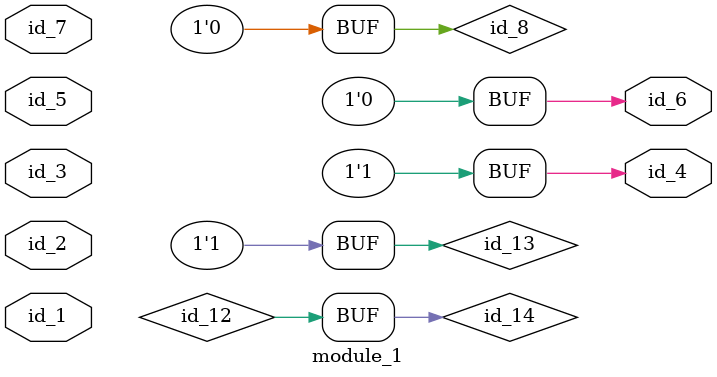
<source format=v>
module module_0 (
    id_1,
    id_2,
    id_3
);
  inout wire id_3;
  inout wire id_2;
  output wire id_1;
  wire id_4;
endmodule
module module_1 (
    id_1,
    id_2,
    id_3,
    id_4,
    id_5,
    id_6,
    id_7
);
  inout wire id_7;
  output wire id_6;
  inout wire id_5;
  output wire id_4;
  inout wire id_3;
  input wire id_2;
  input wire id_1;
  wire id_8, id_9;
  wire id_10, id_11, id_12;
  assign id_4 = 1;
  module_0 modCall_1 (
      id_11,
      id_11,
      id_8
  );
  supply1 id_13;
  assign id_8 = 1'b0;
  wire id_14 = id_12;
  wire id_15, id_16;
  assign id_6 = "";
  wire id_17, id_18;
endmodule

</source>
